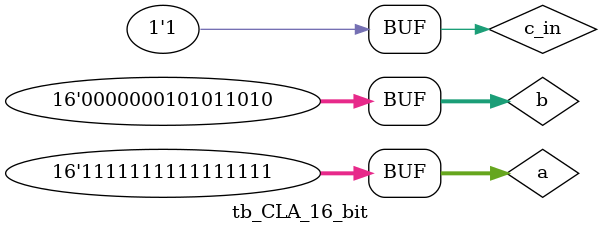
<source format=v>
`timescale 1ns/1ps

/* 

    * Assignment - 3
    * Problem - 3.b
    * Semester - 5 (Autumn)
    * Group - 56
    * Group members - Utsav Mehta (20CS10069) and Vibhu (20CS10072)

*/

module tb_CLA_16_bit;

    // Inputs and Outputs
    reg [15:0] a, b;
    reg c_in;
    wire [15:0] sum;
    wire c_out, Prop, Gen;

    // Module Instantiations (Unit Under Test)
    CLA_16_bit tb_(.a(a), .b(b), .c_in(c_in), .sum(sum), .c_out(c_out), .Prop(Prop), .Gen(Gen));

    initial begin

        $monitor("Input_a = %d, Input_b = %d, Carry_in = %b, Sum = %d, Carry_out =  %b, Propagate = %d, Generate = %d", a, b, c_in, sum, c_out, Prop, Gen);

        // Input values initialization
        a = 16'd217; b=16'd9404; c_in = 1;
        #50;
        a = 16'd4582; b=16'd3; c_in = 0;
        #50;
        a = 16'd27; b=16'd8693; c_in = 0;
        #50;
        a = 16'd65535; b=16'd346; c_in = 1;

    end

endmodule
</source>
